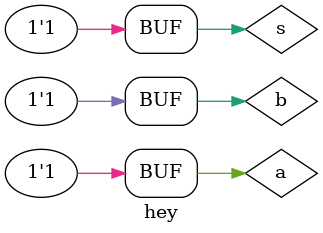
<source format=v>
module hey;
wire c;
reg a,b,s;
hello mygate(.a(a), .b(b), .s(s), .c(c));
initial
begin

$monitor("%b & %b = %b", a,b,s,c);
a = 1'b0;
b = 1'b1;
s = 1'b0;
#1
a = 1'b1;
b = 1'b1;
s = 1'b1;

end
endmodule
</source>
